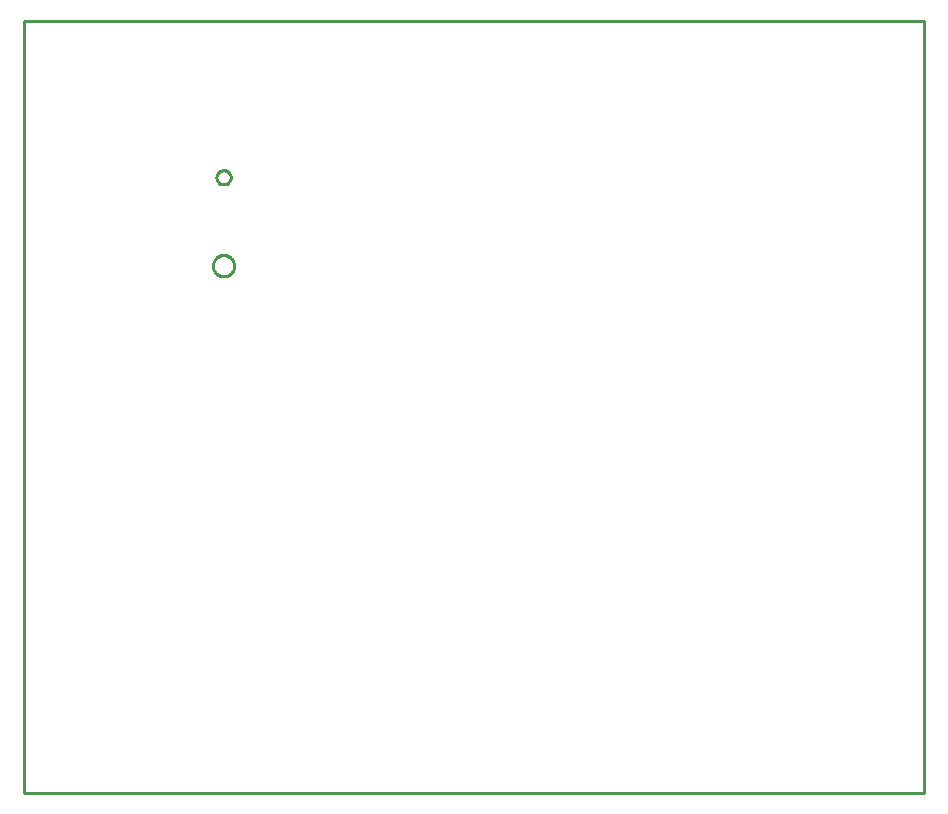
<source format=gbr>
G04 EAGLE Gerber RS-274X export*
G75*
%MOMM*%
%FSLAX34Y34*%
%LPD*%
%INSilkscreen Bottom*%
%IPPOS*%
%AMOC8*
5,1,8,0,0,1.08239X$1,22.5*%
G01*
%ADD10C,0.254000*%


D10*
X0Y0D02*
X762000Y0D01*
X762000Y654050D01*
X0Y654050D01*
X0Y0D01*
X177910Y446012D02*
X177842Y445229D01*
X177705Y444455D01*
X177502Y443696D01*
X177233Y442958D01*
X176901Y442245D01*
X176508Y441565D01*
X176057Y440921D01*
X175552Y440319D01*
X174996Y439763D01*
X174394Y439258D01*
X173750Y438807D01*
X173070Y438414D01*
X172357Y438082D01*
X171619Y437813D01*
X170860Y437610D01*
X170086Y437474D01*
X169303Y437405D01*
X168517Y437405D01*
X167734Y437474D01*
X166960Y437610D01*
X166201Y437813D01*
X165463Y438082D01*
X164750Y438414D01*
X164070Y438807D01*
X163426Y439258D01*
X162824Y439763D01*
X162268Y440319D01*
X161763Y440921D01*
X161312Y441565D01*
X160919Y442245D01*
X160587Y442958D01*
X160318Y443696D01*
X160115Y444455D01*
X159979Y445229D01*
X159910Y446012D01*
X159910Y446798D01*
X159979Y447581D01*
X160115Y448355D01*
X160318Y449114D01*
X160587Y449852D01*
X160919Y450565D01*
X161312Y451245D01*
X161763Y451889D01*
X162268Y452491D01*
X162824Y453047D01*
X163426Y453552D01*
X164070Y454003D01*
X164750Y454396D01*
X165463Y454728D01*
X166201Y454997D01*
X166960Y455200D01*
X167734Y455337D01*
X168517Y455405D01*
X169303Y455405D01*
X170086Y455337D01*
X170860Y455200D01*
X171619Y454997D01*
X172357Y454728D01*
X173070Y454396D01*
X173750Y454003D01*
X174394Y453552D01*
X174996Y453047D01*
X175552Y452491D01*
X176057Y451889D01*
X176508Y451245D01*
X176901Y450565D01*
X177233Y449852D01*
X177502Y449114D01*
X177705Y448355D01*
X177842Y447581D01*
X177910Y446798D01*
X177910Y446012D01*
X174910Y520998D02*
X174835Y520328D01*
X174685Y519671D01*
X174462Y519035D01*
X174170Y518428D01*
X173811Y517858D01*
X173391Y517331D01*
X172914Y516854D01*
X172388Y516434D01*
X171817Y516075D01*
X171210Y515783D01*
X170574Y515560D01*
X169917Y515410D01*
X169247Y515335D01*
X168573Y515335D01*
X167903Y515410D01*
X167246Y515560D01*
X166610Y515783D01*
X166003Y516075D01*
X165433Y516434D01*
X164906Y516854D01*
X164429Y517331D01*
X164009Y517858D01*
X163650Y518428D01*
X163358Y519035D01*
X163135Y519671D01*
X162985Y520328D01*
X162910Y520998D01*
X162910Y521672D01*
X162985Y522342D01*
X163135Y522999D01*
X163358Y523635D01*
X163650Y524242D01*
X164009Y524813D01*
X164429Y525339D01*
X164906Y525816D01*
X165433Y526236D01*
X166003Y526595D01*
X166610Y526887D01*
X167246Y527110D01*
X167903Y527260D01*
X168573Y527335D01*
X169247Y527335D01*
X169917Y527260D01*
X170574Y527110D01*
X171210Y526887D01*
X171817Y526595D01*
X172388Y526236D01*
X172914Y525816D01*
X173391Y525339D01*
X173811Y524813D01*
X174170Y524242D01*
X174462Y523635D01*
X174685Y522999D01*
X174835Y522342D01*
X174910Y521672D01*
X174910Y520998D01*
M02*

</source>
